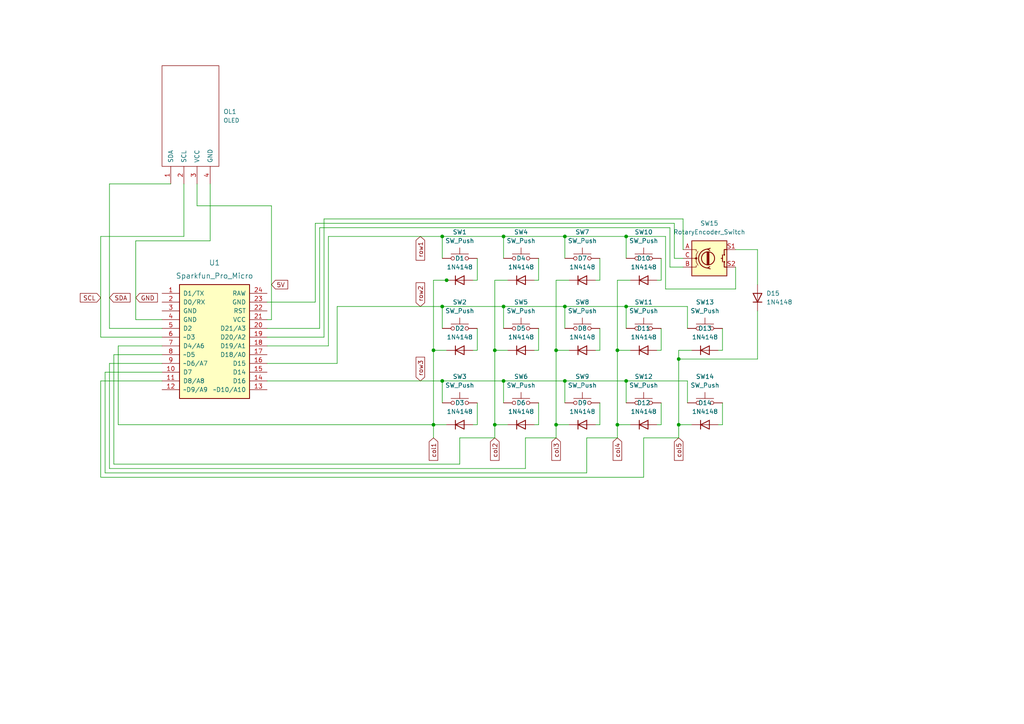
<source format=kicad_sch>
(kicad_sch (version 20230121) (generator eeschema)

  (uuid fa00d3f4-bb71-4b1d-aa40-ae9267e2c41f)

  (paper "A4")

  (lib_symbols
    (symbol "128x32 i2c:OLED" (pin_names (offset 1.016)) (in_bom yes) (on_board yes)
      (property "Reference" "OL" (at 0 2.54 0)
        (effects (font (size 1.2954 1.2954)))
      )
      (property "Value" "OLED" (at 0 -1.27 0)
        (effects (font (size 1.1938 1.1938)))
      )
      (property "Footprint" "" (at 0 2.54 0)
        (effects (font (size 1.524 1.524)) hide)
      )
      (property "Datasheet" "" (at 0 2.54 0)
        (effects (font (size 1.524 1.524)) hide)
      )
      (symbol "OLED_0_1"
        (rectangle (start -13.97 8.89) (end 15.24 -7.62)
          (stroke (width 0) (type default))
          (fill (type none))
        )
      )
      (symbol "OLED_1_1"
        (pin bidirectional line (at -19.05 6.35 0) (length 5.08)
          (name "SDA" (effects (font (size 1.27 1.27))))
          (number "1" (effects (font (size 1.27 1.27))))
        )
        (pin bidirectional line (at -19.05 2.54 0) (length 5.08)
          (name "SCL" (effects (font (size 1.27 1.27))))
          (number "2" (effects (font (size 1.27 1.27))))
        )
        (pin power_in line (at -19.05 -1.27 0) (length 5.08)
          (name "VCC" (effects (font (size 1.27 1.27))))
          (number "3" (effects (font (size 1.27 1.27))))
        )
        (pin power_in line (at -19.05 -5.08 0) (length 5.08)
          (name "GND" (effects (font (size 1.27 1.27))))
          (number "4" (effects (font (size 1.27 1.27))))
        )
      )
    )
    (symbol "Device:RotaryEncoder_Switch" (pin_names (offset 0.254) hide) (in_bom yes) (on_board yes)
      (property "Reference" "SW" (at 0 6.604 0)
        (effects (font (size 1.27 1.27)))
      )
      (property "Value" "RotaryEncoder_Switch" (at 0 -6.604 0)
        (effects (font (size 1.27 1.27)))
      )
      (property "Footprint" "" (at -3.81 4.064 0)
        (effects (font (size 1.27 1.27)) hide)
      )
      (property "Datasheet" "~" (at 0 6.604 0)
        (effects (font (size 1.27 1.27)) hide)
      )
      (property "ki_keywords" "rotary switch encoder switch push button" (at 0 0 0)
        (effects (font (size 1.27 1.27)) hide)
      )
      (property "ki_description" "Rotary encoder, dual channel, incremental quadrate outputs, with switch" (at 0 0 0)
        (effects (font (size 1.27 1.27)) hide)
      )
      (property "ki_fp_filters" "RotaryEncoder*Switch*" (at 0 0 0)
        (effects (font (size 1.27 1.27)) hide)
      )
      (symbol "RotaryEncoder_Switch_0_1"
        (rectangle (start -5.08 5.08) (end 5.08 -5.08)
          (stroke (width 0.254) (type default))
          (fill (type background))
        )
        (circle (center -3.81 0) (radius 0.254)
          (stroke (width 0) (type default))
          (fill (type outline))
        )
        (circle (center -0.381 0) (radius 1.905)
          (stroke (width 0.254) (type default))
          (fill (type none))
        )
        (arc (start -0.381 2.667) (mid -3.0988 -0.0635) (end -0.381 -2.794)
          (stroke (width 0.254) (type default))
          (fill (type none))
        )
        (polyline
          (pts
            (xy -0.635 -1.778)
            (xy -0.635 1.778)
          )
          (stroke (width 0.254) (type default))
          (fill (type none))
        )
        (polyline
          (pts
            (xy -0.381 -1.778)
            (xy -0.381 1.778)
          )
          (stroke (width 0.254) (type default))
          (fill (type none))
        )
        (polyline
          (pts
            (xy -0.127 1.778)
            (xy -0.127 -1.778)
          )
          (stroke (width 0.254) (type default))
          (fill (type none))
        )
        (polyline
          (pts
            (xy 3.81 0)
            (xy 3.429 0)
          )
          (stroke (width 0.254) (type default))
          (fill (type none))
        )
        (polyline
          (pts
            (xy 3.81 1.016)
            (xy 3.81 -1.016)
          )
          (stroke (width 0.254) (type default))
          (fill (type none))
        )
        (polyline
          (pts
            (xy -5.08 -2.54)
            (xy -3.81 -2.54)
            (xy -3.81 -2.032)
          )
          (stroke (width 0) (type default))
          (fill (type none))
        )
        (polyline
          (pts
            (xy -5.08 2.54)
            (xy -3.81 2.54)
            (xy -3.81 2.032)
          )
          (stroke (width 0) (type default))
          (fill (type none))
        )
        (polyline
          (pts
            (xy 0.254 -3.048)
            (xy -0.508 -2.794)
            (xy 0.127 -2.413)
          )
          (stroke (width 0.254) (type default))
          (fill (type none))
        )
        (polyline
          (pts
            (xy 0.254 2.921)
            (xy -0.508 2.667)
            (xy 0.127 2.286)
          )
          (stroke (width 0.254) (type default))
          (fill (type none))
        )
        (polyline
          (pts
            (xy 5.08 -2.54)
            (xy 4.318 -2.54)
            (xy 4.318 -1.016)
          )
          (stroke (width 0.254) (type default))
          (fill (type none))
        )
        (polyline
          (pts
            (xy 5.08 2.54)
            (xy 4.318 2.54)
            (xy 4.318 1.016)
          )
          (stroke (width 0.254) (type default))
          (fill (type none))
        )
        (polyline
          (pts
            (xy -5.08 0)
            (xy -3.81 0)
            (xy -3.81 -1.016)
            (xy -3.302 -2.032)
          )
          (stroke (width 0) (type default))
          (fill (type none))
        )
        (polyline
          (pts
            (xy -4.318 0)
            (xy -3.81 0)
            (xy -3.81 1.016)
            (xy -3.302 2.032)
          )
          (stroke (width 0) (type default))
          (fill (type none))
        )
        (circle (center 4.318 -1.016) (radius 0.127)
          (stroke (width 0.254) (type default))
          (fill (type none))
        )
        (circle (center 4.318 1.016) (radius 0.127)
          (stroke (width 0.254) (type default))
          (fill (type none))
        )
      )
      (symbol "RotaryEncoder_Switch_1_1"
        (pin passive line (at -7.62 2.54 0) (length 2.54)
          (name "A" (effects (font (size 1.27 1.27))))
          (number "A" (effects (font (size 1.27 1.27))))
        )
        (pin passive line (at -7.62 -2.54 0) (length 2.54)
          (name "B" (effects (font (size 1.27 1.27))))
          (number "B" (effects (font (size 1.27 1.27))))
        )
        (pin passive line (at -7.62 0 0) (length 2.54)
          (name "C" (effects (font (size 1.27 1.27))))
          (number "C" (effects (font (size 1.27 1.27))))
        )
        (pin passive line (at 7.62 2.54 180) (length 2.54)
          (name "S1" (effects (font (size 1.27 1.27))))
          (number "S1" (effects (font (size 1.27 1.27))))
        )
        (pin passive line (at 7.62 -2.54 180) (length 2.54)
          (name "S2" (effects (font (size 1.27 1.27))))
          (number "S2" (effects (font (size 1.27 1.27))))
        )
      )
    )
    (symbol "Diode:1N4148" (pin_numbers hide) (pin_names (offset 1.016) hide) (in_bom yes) (on_board yes)
      (property "Reference" "D" (at 0 2.54 0)
        (effects (font (size 1.27 1.27)))
      )
      (property "Value" "1N4148" (at 0 -2.54 0)
        (effects (font (size 1.27 1.27)))
      )
      (property "Footprint" "Diode_THT:D_DO-35_SOD27_P7.62mm_Horizontal" (at 0 -4.445 0)
        (effects (font (size 1.27 1.27)) hide)
      )
      (property "Datasheet" "https://assets.nexperia.com/documents/data-sheet/1N4148_1N4448.pdf" (at 0 0 0)
        (effects (font (size 1.27 1.27)) hide)
      )
      (property "ki_keywords" "diode" (at 0 0 0)
        (effects (font (size 1.27 1.27)) hide)
      )
      (property "ki_description" "100V 0.15A standard switching diode, DO-35" (at 0 0 0)
        (effects (font (size 1.27 1.27)) hide)
      )
      (property "ki_fp_filters" "D*DO?35*" (at 0 0 0)
        (effects (font (size 1.27 1.27)) hide)
      )
      (symbol "1N4148_0_1"
        (polyline
          (pts
            (xy -1.27 1.27)
            (xy -1.27 -1.27)
          )
          (stroke (width 0.254) (type default))
          (fill (type none))
        )
        (polyline
          (pts
            (xy 1.27 0)
            (xy -1.27 0)
          )
          (stroke (width 0) (type default))
          (fill (type none))
        )
        (polyline
          (pts
            (xy 1.27 1.27)
            (xy 1.27 -1.27)
            (xy -1.27 0)
            (xy 1.27 1.27)
          )
          (stroke (width 0.254) (type default))
          (fill (type none))
        )
      )
      (symbol "1N4148_1_1"
        (pin passive line (at -3.81 0 0) (length 2.54)
          (name "K" (effects (font (size 1.27 1.27))))
          (number "1" (effects (font (size 1.27 1.27))))
        )
        (pin passive line (at 3.81 0 180) (length 2.54)
          (name "A" (effects (font (size 1.27 1.27))))
          (number "2" (effects (font (size 1.27 1.27))))
        )
      )
    )
    (symbol "Switch:SW_Push" (pin_numbers hide) (pin_names (offset 1.016) hide) (in_bom yes) (on_board yes)
      (property "Reference" "SW" (at 1.27 2.54 0)
        (effects (font (size 1.27 1.27)) (justify left))
      )
      (property "Value" "SW_Push" (at 0 -1.524 0)
        (effects (font (size 1.27 1.27)))
      )
      (property "Footprint" "" (at 0 5.08 0)
        (effects (font (size 1.27 1.27)) hide)
      )
      (property "Datasheet" "~" (at 0 5.08 0)
        (effects (font (size 1.27 1.27)) hide)
      )
      (property "ki_keywords" "switch normally-open pushbutton push-button" (at 0 0 0)
        (effects (font (size 1.27 1.27)) hide)
      )
      (property "ki_description" "Push button switch, generic, two pins" (at 0 0 0)
        (effects (font (size 1.27 1.27)) hide)
      )
      (symbol "SW_Push_0_1"
        (circle (center -2.032 0) (radius 0.508)
          (stroke (width 0) (type default))
          (fill (type none))
        )
        (polyline
          (pts
            (xy 0 1.27)
            (xy 0 3.048)
          )
          (stroke (width 0) (type default))
          (fill (type none))
        )
        (polyline
          (pts
            (xy 2.54 1.27)
            (xy -2.54 1.27)
          )
          (stroke (width 0) (type default))
          (fill (type none))
        )
        (circle (center 2.032 0) (radius 0.508)
          (stroke (width 0) (type default))
          (fill (type none))
        )
        (pin passive line (at -5.08 0 0) (length 2.54)
          (name "1" (effects (font (size 1.27 1.27))))
          (number "1" (effects (font (size 1.27 1.27))))
        )
        (pin passive line (at 5.08 0 180) (length 2.54)
          (name "2" (effects (font (size 1.27 1.27))))
          (number "2" (effects (font (size 1.27 1.27))))
        )
      )
    )
    (symbol "arduino:Sparkfun_Pro_Micro" (pin_names (offset 1.016)) (in_bom yes) (on_board yes)
      (property "Reference" "U" (at -8.89 21.59 0)
        (effects (font (size 1.524 1.524)))
      )
      (property "Value" "Sparkfun_Pro_Micro" (at 0 19.05 0)
        (effects (font (size 1.524 1.524)))
      )
      (property "Footprint" "Arduino:Sparkfun_Pro_Micro" (at 0 -16.51 0)
        (effects (font (size 1.524 1.524)) hide)
      )
      (property "Datasheet" "https://www.sparkfun.com/products/12640" (at 2.54 -26.67 0)
        (effects (font (size 1.524 1.524)) hide)
      )
      (property "ki_keywords" "Arduino Sparkfun pro micro microcontroller module USB" (at 0 0 0)
        (effects (font (size 1.27 1.27)) hide)
      )
      (property "ki_description" "Sparkfun Pro Micro" (at 0 0 0)
        (effects (font (size 1.27 1.27)) hide)
      )
      (symbol "Sparkfun_Pro_Micro_0_1"
        (rectangle (start -10.16 17.78) (end 10.16 -15.24)
          (stroke (width 0.254) (type default))
          (fill (type background))
        )
      )
      (symbol "Sparkfun_Pro_Micro_1_1"
        (pin bidirectional line (at -15.24 15.24 0) (length 5.08)
          (name "D1/TX" (effects (font (size 1.27 1.27))))
          (number "1" (effects (font (size 1.27 1.27))))
        )
        (pin bidirectional line (at -15.24 -7.62 0) (length 5.08)
          (name "D7" (effects (font (size 1.27 1.27))))
          (number "10" (effects (font (size 1.27 1.27))))
        )
        (pin bidirectional line (at -15.24 -10.16 0) (length 5.08)
          (name "D8/A8" (effects (font (size 1.27 1.27))))
          (number "11" (effects (font (size 1.27 1.27))))
        )
        (pin bidirectional line (at -15.24 -12.7 0) (length 5.08)
          (name "~D9/A9" (effects (font (size 1.27 1.27))))
          (number "12" (effects (font (size 1.27 1.27))))
        )
        (pin bidirectional line (at 15.24 -12.7 180) (length 5.08)
          (name "~D10/A10" (effects (font (size 1.27 1.27))))
          (number "13" (effects (font (size 1.27 1.27))))
        )
        (pin bidirectional line (at 15.24 -10.16 180) (length 5.08)
          (name "D16" (effects (font (size 1.27 1.27))))
          (number "14" (effects (font (size 1.27 1.27))))
        )
        (pin bidirectional line (at 15.24 -7.62 180) (length 5.08)
          (name "D14" (effects (font (size 1.27 1.27))))
          (number "15" (effects (font (size 1.27 1.27))))
        )
        (pin bidirectional line (at 15.24 -5.08 180) (length 5.08)
          (name "D15" (effects (font (size 1.27 1.27))))
          (number "16" (effects (font (size 1.27 1.27))))
        )
        (pin bidirectional line (at 15.24 -2.54 180) (length 5.08)
          (name "D18/A0" (effects (font (size 1.27 1.27))))
          (number "17" (effects (font (size 1.27 1.27))))
        )
        (pin bidirectional line (at 15.24 0 180) (length 5.08)
          (name "D19/A1" (effects (font (size 1.27 1.27))))
          (number "18" (effects (font (size 1.27 1.27))))
        )
        (pin bidirectional line (at 15.24 2.54 180) (length 5.08)
          (name "D20/A2" (effects (font (size 1.27 1.27))))
          (number "19" (effects (font (size 1.27 1.27))))
        )
        (pin bidirectional line (at -15.24 12.7 0) (length 5.08)
          (name "D0/RX" (effects (font (size 1.27 1.27))))
          (number "2" (effects (font (size 1.27 1.27))))
        )
        (pin bidirectional line (at 15.24 5.08 180) (length 5.08)
          (name "D21/A3" (effects (font (size 1.27 1.27))))
          (number "20" (effects (font (size 1.27 1.27))))
        )
        (pin power_in line (at 15.24 7.62 180) (length 5.08)
          (name "VCC" (effects (font (size 1.27 1.27))))
          (number "21" (effects (font (size 1.27 1.27))))
        )
        (pin input line (at 15.24 10.16 180) (length 5.08)
          (name "RST" (effects (font (size 1.27 1.27))))
          (number "22" (effects (font (size 1.27 1.27))))
        )
        (pin power_in line (at 15.24 12.7 180) (length 5.08)
          (name "GND" (effects (font (size 1.27 1.27))))
          (number "23" (effects (font (size 1.27 1.27))))
        )
        (pin power_in line (at 15.24 15.24 180) (length 5.08)
          (name "RAW" (effects (font (size 1.27 1.27))))
          (number "24" (effects (font (size 1.27 1.27))))
        )
        (pin power_in line (at -15.24 10.16 0) (length 5.08)
          (name "GND" (effects (font (size 1.27 1.27))))
          (number "3" (effects (font (size 1.27 1.27))))
        )
        (pin power_in line (at -15.24 7.62 0) (length 5.08)
          (name "GND" (effects (font (size 1.27 1.27))))
          (number "4" (effects (font (size 1.27 1.27))))
        )
        (pin bidirectional line (at -15.24 5.08 0) (length 5.08)
          (name "D2" (effects (font (size 1.27 1.27))))
          (number "5" (effects (font (size 1.27 1.27))))
        )
        (pin bidirectional line (at -15.24 2.54 0) (length 5.08)
          (name "~D3" (effects (font (size 1.27 1.27))))
          (number "6" (effects (font (size 1.27 1.27))))
        )
        (pin bidirectional line (at -15.24 0 0) (length 5.08)
          (name "D4/A6" (effects (font (size 1.27 1.27))))
          (number "7" (effects (font (size 1.27 1.27))))
        )
        (pin bidirectional line (at -15.24 -2.54 0) (length 5.08)
          (name "~D5" (effects (font (size 1.27 1.27))))
          (number "8" (effects (font (size 1.27 1.27))))
        )
        (pin bidirectional line (at -15.24 -5.08 0) (length 5.08)
          (name "~D6/A7" (effects (font (size 1.27 1.27))))
          (number "9" (effects (font (size 1.27 1.27))))
        )
      )
    )
  )

  (junction (at 125.73 123.19) (diameter 0) (color 0 0 0 0)
    (uuid 11fe05c6-8f4f-47f6-a0d1-86ad0c2322e3)
  )
  (junction (at 128.27 88.9) (diameter 0) (color 0 0 0 0)
    (uuid 13940b91-3577-452d-a71c-553d4c4344b5)
  )
  (junction (at 143.51 123.19) (diameter 0) (color 0 0 0 0)
    (uuid 4cf68f6d-1c8c-49ad-8314-0aea2436ae2f)
  )
  (junction (at 146.05 68.58) (diameter 0) (color 0 0 0 0)
    (uuid 50b95751-3ef1-4ba5-9502-72f298b20a9f)
  )
  (junction (at 163.83 110.49) (diameter 0) (color 0 0 0 0)
    (uuid 5ab35832-744c-4db2-888b-e9ca106db8b3)
  )
  (junction (at 181.61 88.9) (diameter 0) (color 0 0 0 0)
    (uuid 5e097699-ef03-4e09-bde0-64677c1e7cd0)
  )
  (junction (at 196.85 123.19) (diameter 0) (color 0 0 0 0)
    (uuid 76dfd17b-5b33-45fb-a282-de7a7c5399bc)
  )
  (junction (at 196.85 104.14) (diameter 0) (color 0 0 0 0)
    (uuid 78e7c278-9b5c-432f-8f2c-0aca5fb41804)
  )
  (junction (at 129.54 81.28) (diameter 0) (color 0 0 0 0)
    (uuid 7fcb5df6-8f01-474c-b824-3c9d0951aeea)
  )
  (junction (at 146.05 88.9) (diameter 0) (color 0 0 0 0)
    (uuid 83f68a34-5751-4622-8197-3b2373ac955c)
  )
  (junction (at 143.51 101.6) (diameter 0) (color 0 0 0 0)
    (uuid 877ae5c7-4b83-413d-9762-173cc8980037)
  )
  (junction (at 181.61 68.58) (diameter 0) (color 0 0 0 0)
    (uuid 940e4ca2-46a4-4992-9051-eadb2ff83c67)
  )
  (junction (at 128.27 68.58) (diameter 0) (color 0 0 0 0)
    (uuid 99dede0d-5db5-477f-848f-f99876e68f95)
  )
  (junction (at 163.83 88.9) (diameter 0) (color 0 0 0 0)
    (uuid a002b63e-5bc5-4001-b189-88ac11dae261)
  )
  (junction (at 161.29 123.19) (diameter 0) (color 0 0 0 0)
    (uuid a6c0bf69-6485-4f41-94e1-eb961d694952)
  )
  (junction (at 128.27 110.49) (diameter 0) (color 0 0 0 0)
    (uuid a92ad332-a299-4fc7-9973-7d095f34add8)
  )
  (junction (at 179.07 101.6) (diameter 0) (color 0 0 0 0)
    (uuid ad93b108-0d2f-4e15-8d87-513b4fec6c83)
  )
  (junction (at 181.61 110.49) (diameter 0) (color 0 0 0 0)
    (uuid c5e9a432-c6ca-44cb-8b45-2e3807aa8df3)
  )
  (junction (at 125.73 101.6) (diameter 0) (color 0 0 0 0)
    (uuid caba1f3d-c8db-4f2d-a9a8-137ac1826212)
  )
  (junction (at 163.83 68.58) (diameter 0) (color 0 0 0 0)
    (uuid ce6f37be-489f-4f87-9857-25d57e2813c1)
  )
  (junction (at 146.05 110.49) (diameter 0) (color 0 0 0 0)
    (uuid d62be2f6-d1e3-4136-a34b-7d2f16211654)
  )
  (junction (at 179.07 123.19) (diameter 0) (color 0 0 0 0)
    (uuid d765a383-dd08-41d1-94f7-4521be5f0b1c)
  )
  (junction (at 161.29 101.6) (diameter 0) (color 0 0 0 0)
    (uuid ecd3ce8b-cefb-42ff-82fc-41040c5fbc0e)
  )

  (wire (pts (xy 91.44 87.63) (xy 77.47 87.63))
    (stroke (width 0) (type default))
    (uuid 00e61f1c-e5cd-4b75-bf62-b20914201766)
  )
  (wire (pts (xy 125.73 101.6) (xy 125.73 81.28))
    (stroke (width 0) (type default))
    (uuid 00e74d54-09df-495b-9a27-66b55a67fac2)
  )
  (wire (pts (xy 170.18 137.16) (xy 170.18 127))
    (stroke (width 0) (type default))
    (uuid 03138958-7f48-4aff-aa46-829015cffdcf)
  )
  (wire (pts (xy 92.71 66.04) (xy 92.71 95.25))
    (stroke (width 0) (type default))
    (uuid 060f7a7b-cf90-4a50-9fcb-18d1c3813d4d)
  )
  (wire (pts (xy 196.85 101.6) (xy 196.85 104.14))
    (stroke (width 0) (type default))
    (uuid 0e92f1ae-32ba-4606-b979-6653aa79d372)
  )
  (wire (pts (xy 200.66 101.6) (xy 196.85 101.6))
    (stroke (width 0) (type default))
    (uuid 119270a8-4304-4dbe-b2a6-bf58f385101d)
  )
  (wire (pts (xy 173.99 101.6) (xy 172.72 101.6))
    (stroke (width 0) (type default))
    (uuid 129f8f37-d822-4308-89e7-b1ec9aaa7f08)
  )
  (wire (pts (xy 49.53 53.34) (xy 31.75 53.34))
    (stroke (width 0) (type default))
    (uuid 131bd53f-0216-4848-a653-7a19af43d557)
  )
  (wire (pts (xy 198.12 72.39) (xy 198.12 63.5))
    (stroke (width 0) (type default))
    (uuid 136b607e-80d6-4c7e-9d71-6d2a33e8af74)
  )
  (wire (pts (xy 97.79 88.9) (xy 97.79 105.41))
    (stroke (width 0) (type default))
    (uuid 143bcf6e-67fe-4662-a057-6cca388806d3)
  )
  (wire (pts (xy 143.51 101.6) (xy 147.32 101.6))
    (stroke (width 0) (type default))
    (uuid 15f2f0b8-05c1-418a-80c7-d5da729a3d05)
  )
  (wire (pts (xy 138.43 95.25) (xy 138.43 101.6))
    (stroke (width 0) (type default))
    (uuid 185cc19b-8a2e-441a-9428-6d7922faa08d)
  )
  (wire (pts (xy 138.43 116.84) (xy 138.43 123.19))
    (stroke (width 0) (type default))
    (uuid 1b811b44-7f2c-4809-9d73-987836efb4f6)
  )
  (wire (pts (xy 194.31 77.47) (xy 194.31 66.04))
    (stroke (width 0) (type default))
    (uuid 1e2ce56b-2473-4c56-9f3c-3684d860858e)
  )
  (wire (pts (xy 191.77 95.25) (xy 191.77 101.6))
    (stroke (width 0) (type default))
    (uuid 1eb40315-a645-4638-9d39-84d24458c0bf)
  )
  (wire (pts (xy 33.02 134.62) (xy 133.35 134.62))
    (stroke (width 0) (type default))
    (uuid 1fd77eb3-fcd6-4a1a-8368-a0e36a6ee2d2)
  )
  (wire (pts (xy 93.98 97.79) (xy 77.47 97.79))
    (stroke (width 0) (type default))
    (uuid 2092e3b0-f145-4176-a5a2-539acac63ee4)
  )
  (wire (pts (xy 30.48 137.16) (xy 170.18 137.16))
    (stroke (width 0) (type default))
    (uuid 21ac2895-ba24-4e54-b925-978786dcad4c)
  )
  (wire (pts (xy 95.25 68.58) (xy 128.27 68.58))
    (stroke (width 0) (type default))
    (uuid 244b04a6-3efd-431a-b5a6-6d6dd699f2ef)
  )
  (wire (pts (xy 92.71 95.25) (xy 77.47 95.25))
    (stroke (width 0) (type default))
    (uuid 2a832fb0-c27e-4a23-b2e2-9ddd805d31e8)
  )
  (wire (pts (xy 181.61 110.49) (xy 181.61 116.84))
    (stroke (width 0) (type default))
    (uuid 2baeffb6-fc31-44e9-9a6f-9a1e49e55aa2)
  )
  (wire (pts (xy 156.21 101.6) (xy 154.94 101.6))
    (stroke (width 0) (type default))
    (uuid 34184e12-78cd-4f61-a692-4572a9f330ad)
  )
  (wire (pts (xy 125.73 123.19) (xy 129.54 123.19))
    (stroke (width 0) (type default))
    (uuid 3637fb70-1be2-4fcd-98d0-c989afdc6baf)
  )
  (wire (pts (xy 209.55 95.25) (xy 209.55 101.6))
    (stroke (width 0) (type default))
    (uuid 384b57fc-35bb-4475-b164-3fa770c2fef0)
  )
  (wire (pts (xy 138.43 74.93) (xy 138.43 81.28))
    (stroke (width 0) (type default))
    (uuid 3917d42f-adbc-410e-b96b-07f7f17b96bc)
  )
  (wire (pts (xy 213.36 77.47) (xy 213.36 83.82))
    (stroke (width 0) (type default))
    (uuid 3af96645-ec0d-419b-b5ae-f58828a90c57)
  )
  (wire (pts (xy 179.07 123.19) (xy 179.07 127))
    (stroke (width 0) (type default))
    (uuid 3b91b7dc-50dd-4fef-bf7c-0ae7c0a24603)
  )
  (wire (pts (xy 209.55 101.6) (xy 208.28 101.6))
    (stroke (width 0) (type default))
    (uuid 3ccfb3d5-e661-478f-bf4f-08a06ab6a190)
  )
  (wire (pts (xy 195.58 74.93) (xy 195.58 64.77))
    (stroke (width 0) (type default))
    (uuid 3d56117b-9ef0-493c-8c13-80ba5e2bac17)
  )
  (wire (pts (xy 128.27 110.49) (xy 146.05 110.49))
    (stroke (width 0) (type default))
    (uuid 3fed138c-63f7-41a3-bea0-ccae7a7f1a2f)
  )
  (wire (pts (xy 138.43 101.6) (xy 137.16 101.6))
    (stroke (width 0) (type default))
    (uuid 4197279d-28ee-4a4f-8a75-7a7a86664460)
  )
  (wire (pts (xy 146.05 88.9) (xy 163.83 88.9))
    (stroke (width 0) (type default))
    (uuid 42b26d94-793a-45d8-9322-aaf9b851ae27)
  )
  (wire (pts (xy 209.55 116.84) (xy 209.55 123.19))
    (stroke (width 0) (type default))
    (uuid 42bfae5e-3ce8-43dd-965c-be0ad2eda45a)
  )
  (wire (pts (xy 128.27 88.9) (xy 146.05 88.9))
    (stroke (width 0) (type default))
    (uuid 45a0ea3a-da06-4958-b002-46f0015400cc)
  )
  (wire (pts (xy 156.21 123.19) (xy 154.94 123.19))
    (stroke (width 0) (type default))
    (uuid 46b59756-a35b-4c43-b3be-f5a6048f359d)
  )
  (wire (pts (xy 128.27 95.25) (xy 128.27 88.9))
    (stroke (width 0) (type default))
    (uuid 46f9274e-0643-4702-9de9-74a846ab8027)
  )
  (wire (pts (xy 31.75 135.89) (xy 152.4 135.89))
    (stroke (width 0) (type default))
    (uuid 48950b6f-aa29-48be-b6b2-67a22c200232)
  )
  (wire (pts (xy 46.99 97.79) (xy 29.21 97.79))
    (stroke (width 0) (type default))
    (uuid 48cca43f-df8d-46c0-a705-600595f5e315)
  )
  (wire (pts (xy 34.29 123.19) (xy 125.73 123.19))
    (stroke (width 0) (type default))
    (uuid 48eb66fb-7c79-4c02-a498-c123b1dd6391)
  )
  (wire (pts (xy 29.21 68.58) (xy 29.21 97.79))
    (stroke (width 0) (type default))
    (uuid 493d0df1-7663-448c-9f99-931744972c8b)
  )
  (wire (pts (xy 128.27 88.9) (xy 97.79 88.9))
    (stroke (width 0) (type default))
    (uuid 4a26ef70-e2a4-49e6-87fd-329b1dff0328)
  )
  (wire (pts (xy 53.34 68.58) (xy 29.21 68.58))
    (stroke (width 0) (type default))
    (uuid 4a68a10d-2491-41e7-9fb5-0b4c112f8562)
  )
  (wire (pts (xy 129.54 81.28) (xy 129.6162 81.28))
    (stroke (width 0) (type default))
    (uuid 4ec72d89-5792-4a15-968b-a26c9097a829)
  )
  (wire (pts (xy 125.73 101.6) (xy 125.73 123.19))
    (stroke (width 0) (type default))
    (uuid 4f26ada9-b69f-4069-a2fb-23f63a9a7432)
  )
  (wire (pts (xy 146.05 68.58) (xy 163.83 68.58))
    (stroke (width 0) (type default))
    (uuid 4fdb3621-7a03-491f-b6da-72fc1f38fdfb)
  )
  (wire (pts (xy 179.07 101.6) (xy 179.07 123.19))
    (stroke (width 0) (type default))
    (uuid 4ffb18c8-2094-4386-a997-f14cc7cb1387)
  )
  (wire (pts (xy 191.77 74.93) (xy 191.77 81.28))
    (stroke (width 0) (type default))
    (uuid 50b419db-942a-4d21-9fb8-db5f5e31a8a2)
  )
  (wire (pts (xy 128.27 68.58) (xy 146.05 68.58))
    (stroke (width 0) (type default))
    (uuid 50dc91db-ad4e-4510-90fc-fd2ef6cd0cc0)
  )
  (wire (pts (xy 143.51 127) (xy 133.35 127))
    (stroke (width 0) (type default))
    (uuid 52383b12-327d-4884-93a3-9c30ba90e434)
  )
  (wire (pts (xy 179.07 81.28) (xy 179.07 101.6))
    (stroke (width 0) (type default))
    (uuid 53b1794a-9d48-4e92-8207-36b8ddc8d77a)
  )
  (wire (pts (xy 191.77 116.84) (xy 191.77 123.19))
    (stroke (width 0) (type default))
    (uuid 56776679-67df-48e5-ad4e-e9d8737fefae)
  )
  (wire (pts (xy 199.39 110.49) (xy 199.39 116.84))
    (stroke (width 0) (type default))
    (uuid 57f4018b-9e60-4e6b-bc95-50a3b70d5726)
  )
  (wire (pts (xy 57.15 53.34) (xy 57.15 59.69))
    (stroke (width 0) (type default))
    (uuid 58e7950d-3a29-455a-8179-58c7da350886)
  )
  (wire (pts (xy 29.21 110.49) (xy 29.21 138.43))
    (stroke (width 0) (type default))
    (uuid 5aa28d07-6e09-4e38-9352-17a286628c4b)
  )
  (wire (pts (xy 60.96 53.34) (xy 60.96 69.85))
    (stroke (width 0) (type default))
    (uuid 5b5420b5-13f3-415b-8279-6ec815a591a0)
  )
  (wire (pts (xy 186.69 138.43) (xy 186.69 127))
    (stroke (width 0) (type default))
    (uuid 5da9b988-2448-40ae-bb86-5e17f5688ec8)
  )
  (wire (pts (xy 161.29 123.19) (xy 165.1 123.19))
    (stroke (width 0) (type default))
    (uuid 6451c1d1-68fc-4ebc-b23f-6beeeed36bf2)
  )
  (wire (pts (xy 196.85 104.14) (xy 196.85 123.19))
    (stroke (width 0) (type default))
    (uuid 65cf8c11-be04-4099-9346-f4bbdda6f662)
  )
  (wire (pts (xy 173.99 74.93) (xy 173.99 81.28))
    (stroke (width 0) (type default))
    (uuid 6b5d6085-a914-4298-81d3-9578a432c98c)
  )
  (wire (pts (xy 198.12 74.93) (xy 195.58 74.93))
    (stroke (width 0) (type default))
    (uuid 6d592ea7-5ed6-49a1-bc7f-220cb4f4e758)
  )
  (wire (pts (xy 193.04 83.82) (xy 213.36 83.82))
    (stroke (width 0) (type default))
    (uuid 6e31c06d-24ad-4ab9-82fc-4fa816b741a5)
  )
  (wire (pts (xy 196.85 123.19) (xy 200.66 123.19))
    (stroke (width 0) (type default))
    (uuid 6e3f5fbe-3277-428c-b1c7-b8ecbed8957e)
  )
  (wire (pts (xy 163.83 110.49) (xy 181.61 110.49))
    (stroke (width 0) (type default))
    (uuid 6f02ac8e-016c-4f47-b3d9-b055b14e537e)
  )
  (wire (pts (xy 219.71 90.17) (xy 219.71 104.14))
    (stroke (width 0) (type default))
    (uuid 6fa0f962-c1fd-4616-b577-f309007f963f)
  )
  (wire (pts (xy 128.27 68.58) (xy 128.27 74.93))
    (stroke (width 0) (type default))
    (uuid 71283251-8cd8-490d-a807-4b0c7af6cb8a)
  )
  (wire (pts (xy 34.29 123.19) (xy 34.29 100.33))
    (stroke (width 0) (type default))
    (uuid 72b885ba-e407-453f-87b6-12ae9c1bd773)
  )
  (wire (pts (xy 161.29 123.19) (xy 161.29 127))
    (stroke (width 0) (type default))
    (uuid 74a9b45c-2a1a-4e71-acff-c6db94df17ee)
  )
  (wire (pts (xy 219.71 104.14) (xy 196.85 104.14))
    (stroke (width 0) (type default))
    (uuid 74c941e3-f208-4265-8b27-98d185a6a926)
  )
  (wire (pts (xy 60.96 69.85) (xy 39.37 69.85))
    (stroke (width 0) (type default))
    (uuid 75ef22b4-e479-4e28-accf-c1ac9e01f976)
  )
  (wire (pts (xy 128.27 116.84) (xy 128.27 110.49))
    (stroke (width 0) (type default))
    (uuid 769c28d4-a9d5-4ba6-ad26-1dca0eb6b06d)
  )
  (wire (pts (xy 181.61 110.49) (xy 199.39 110.49))
    (stroke (width 0) (type default))
    (uuid 78893d87-5b2b-4b8b-aedb-d13a69758db2)
  )
  (wire (pts (xy 156.21 74.93) (xy 156.21 81.28))
    (stroke (width 0) (type default))
    (uuid 7ad8767b-93cd-43db-a3e6-9e8c558f9ba0)
  )
  (wire (pts (xy 186.69 127) (xy 196.85 127))
    (stroke (width 0) (type default))
    (uuid 7b47d279-0d5d-48e3-aca0-a4d2b89f7984)
  )
  (wire (pts (xy 156.21 116.84) (xy 156.21 123.19))
    (stroke (width 0) (type default))
    (uuid 7bf45091-9dc2-4d0e-ad54-9469dcd93e24)
  )
  (wire (pts (xy 161.29 127) (xy 152.4 127))
    (stroke (width 0) (type default))
    (uuid 7f0a4130-f0cf-4e52-87f4-5930f1b619fa)
  )
  (wire (pts (xy 165.1 81.28) (xy 161.29 81.28))
    (stroke (width 0) (type default))
    (uuid 807bd490-563a-44e7-99a9-3a342e7a6649)
  )
  (wire (pts (xy 191.77 101.6) (xy 190.5 101.6))
    (stroke (width 0) (type default))
    (uuid 82598fb0-5f10-479a-ad53-26da93d031fe)
  )
  (wire (pts (xy 198.12 63.5) (xy 93.98 63.5))
    (stroke (width 0) (type default))
    (uuid 839a5e41-5e4e-401a-8b29-e5cd1678fd38)
  )
  (wire (pts (xy 181.61 74.93) (xy 181.61 68.58))
    (stroke (width 0) (type default))
    (uuid 8462fffc-365e-4efa-892f-26879aa4662c)
  )
  (wire (pts (xy 46.99 95.25) (xy 31.75 95.25))
    (stroke (width 0) (type default))
    (uuid 851d2f17-1a6e-4c14-816e-4a2392e90329)
  )
  (wire (pts (xy 161.29 101.6) (xy 161.29 123.19))
    (stroke (width 0) (type default))
    (uuid 857975b2-646a-48d3-b7da-8ca4003aeced)
  )
  (wire (pts (xy 152.4 127) (xy 152.4 135.89))
    (stroke (width 0) (type default))
    (uuid 88df2c93-faf9-4051-a4e4-ccfcabe0b81b)
  )
  (wire (pts (xy 199.39 88.9) (xy 181.61 88.9))
    (stroke (width 0) (type default))
    (uuid 891a8673-363b-4c52-b46a-e4cf54278cb1)
  )
  (wire (pts (xy 194.31 66.04) (xy 92.71 66.04))
    (stroke (width 0) (type default))
    (uuid 8962a254-3a15-46e2-8f15-df5d4ebf00a3)
  )
  (wire (pts (xy 163.83 95.25) (xy 163.83 88.9))
    (stroke (width 0) (type default))
    (uuid 8b4b5677-afa3-473a-afe7-1ba1b61b30de)
  )
  (wire (pts (xy 179.07 101.6) (xy 182.88 101.6))
    (stroke (width 0) (type default))
    (uuid 8c149b96-2655-48d4-aad7-2d689b586df4)
  )
  (wire (pts (xy 199.39 95.25) (xy 199.39 88.9))
    (stroke (width 0) (type default))
    (uuid 90c715f5-4c51-484d-a4f1-742ce1afb9d2)
  )
  (wire (pts (xy 125.73 101.6) (xy 129.54 101.6))
    (stroke (width 0) (type default))
    (uuid 91cc188c-de4b-488b-949d-6996b8987de3)
  )
  (wire (pts (xy 146.05 110.49) (xy 163.83 110.49))
    (stroke (width 0) (type default))
    (uuid 9208f4c9-8d59-4077-ba89-696f4c3d7130)
  )
  (wire (pts (xy 179.07 123.19) (xy 182.88 123.19))
    (stroke (width 0) (type default))
    (uuid 92cb6fe8-73ea-47f4-8d6e-3816d88a3b78)
  )
  (wire (pts (xy 196.85 123.19) (xy 196.85 127))
    (stroke (width 0) (type default))
    (uuid 95d2c3ac-ee1e-4ce0-ab42-9ee4ddefeb46)
  )
  (wire (pts (xy 219.71 72.39) (xy 219.71 82.55))
    (stroke (width 0) (type default))
    (uuid 974993d7-55e4-4bc8-824c-ca4a017807e6)
  )
  (wire (pts (xy 173.99 123.19) (xy 172.72 123.19))
    (stroke (width 0) (type default))
    (uuid 993569c5-f3ad-40b3-970f-8df1478b7e7f)
  )
  (wire (pts (xy 191.77 123.19) (xy 190.5 123.19))
    (stroke (width 0) (type default))
    (uuid 9bcb5422-a9e7-462a-8b38-68f91d411f88)
  )
  (wire (pts (xy 146.05 88.9) (xy 146.05 95.25))
    (stroke (width 0) (type default))
    (uuid 9c177e97-e025-4a30-87ef-f01b5d3f7091)
  )
  (wire (pts (xy 29.21 138.43) (xy 186.69 138.43))
    (stroke (width 0) (type default))
    (uuid 9c7a436a-cd6a-4876-bf9d-8048aa0736e5)
  )
  (wire (pts (xy 146.05 110.49) (xy 146.05 116.84))
    (stroke (width 0) (type default))
    (uuid 9e1b75cf-04ee-4ac7-bab0-02559c3b85fb)
  )
  (wire (pts (xy 143.51 101.6) (xy 143.51 123.19))
    (stroke (width 0) (type default))
    (uuid 9e986d66-2187-4de3-8a72-b76d5d4c27e4)
  )
  (wire (pts (xy 173.99 81.28) (xy 172.72 81.28))
    (stroke (width 0) (type default))
    (uuid 9eea8331-9c75-4147-900e-277643181cc1)
  )
  (wire (pts (xy 46.99 110.49) (xy 29.21 110.49))
    (stroke (width 0) (type default))
    (uuid a0d10e80-3c99-48fd-889f-cd5fba5d96d3)
  )
  (wire (pts (xy 209.55 123.19) (xy 208.28 123.19))
    (stroke (width 0) (type default))
    (uuid a1d42b5a-4af3-45ef-8288-ad2b502d33e6)
  )
  (wire (pts (xy 53.34 53.34) (xy 53.34 68.58))
    (stroke (width 0) (type default))
    (uuid a2c1e414-96bc-4a85-a8da-14c46f30d369)
  )
  (wire (pts (xy 95.25 68.58) (xy 95.25 100.33))
    (stroke (width 0) (type default))
    (uuid a3c049d5-4cf9-49bf-ad7f-259ee1d44d96)
  )
  (wire (pts (xy 163.83 88.9) (xy 181.61 88.9))
    (stroke (width 0) (type default))
    (uuid a427374b-cbbe-470a-bba2-6313b7b7aa9d)
  )
  (wire (pts (xy 173.99 95.25) (xy 173.99 101.6))
    (stroke (width 0) (type default))
    (uuid a459ed0c-2e90-4d53-99ee-76188676f429)
  )
  (wire (pts (xy 125.73 81.28) (xy 129.54 81.28))
    (stroke (width 0) (type default))
    (uuid ac78e128-5ee5-4ebd-907d-b75923d68f5c)
  )
  (wire (pts (xy 33.02 102.87) (xy 46.99 102.87))
    (stroke (width 0) (type default))
    (uuid ae49903a-9d6d-4bcf-8377-a0e3a858f417)
  )
  (wire (pts (xy 146.05 68.58) (xy 146.05 74.93))
    (stroke (width 0) (type default))
    (uuid b060f2d6-7ae8-4e21-8ef4-5d0d89d6c91b)
  )
  (wire (pts (xy 193.04 83.82) (xy 193.04 68.58))
    (stroke (width 0) (type default))
    (uuid b1042ef3-5305-43ee-8ae5-8d8f54099521)
  )
  (wire (pts (xy 143.51 123.19) (xy 147.32 123.19))
    (stroke (width 0) (type default))
    (uuid b22f6636-7f1f-43ff-99c7-e17bfd1ed8b9)
  )
  (wire (pts (xy 163.83 68.58) (xy 163.83 74.93))
    (stroke (width 0) (type default))
    (uuid b5061ce6-9f44-4f3e-a8f7-138678c5bec3)
  )
  (wire (pts (xy 31.75 53.34) (xy 31.75 95.25))
    (stroke (width 0) (type default))
    (uuid b6e1fa5a-567e-4daa-a813-b3bfddcf1ea9)
  )
  (wire (pts (xy 143.51 123.19) (xy 143.51 127))
    (stroke (width 0) (type default))
    (uuid b92fca06-e4df-4e04-bb96-903437aadea6)
  )
  (wire (pts (xy 39.37 69.85) (xy 39.37 92.71))
    (stroke (width 0) (type default))
    (uuid bc2858fa-6ea6-4989-8572-a4a38ce9cd2c)
  )
  (wire (pts (xy 213.36 72.39) (xy 219.71 72.39))
    (stroke (width 0) (type default))
    (uuid bcf818f6-917a-4e6e-87ff-aea04b93597f)
  )
  (wire (pts (xy 91.44 64.77) (xy 91.44 87.63))
    (stroke (width 0) (type default))
    (uuid bd31926c-866b-42b7-a590-96ec7f604522)
  )
  (wire (pts (xy 156.21 95.25) (xy 156.21 101.6))
    (stroke (width 0) (type default))
    (uuid c13127cf-3dd0-4b6e-9c80-0305600f3126)
  )
  (wire (pts (xy 138.43 123.19) (xy 137.16 123.19))
    (stroke (width 0) (type default))
    (uuid c3bcc670-5311-41fa-b3dd-f88029727904)
  )
  (wire (pts (xy 182.88 81.28) (xy 179.07 81.28))
    (stroke (width 0) (type default))
    (uuid c746af59-5555-47d7-899c-07dde49cf208)
  )
  (wire (pts (xy 93.98 63.5) (xy 93.98 97.79))
    (stroke (width 0) (type default))
    (uuid c9d457fc-81e0-4d20-83b0-91c3380e27ee)
  )
  (wire (pts (xy 77.47 110.49) (xy 128.27 110.49))
    (stroke (width 0) (type default))
    (uuid ccc3ecfa-0fcf-49e9-8df8-b568ef030f9d)
  )
  (wire (pts (xy 181.61 88.9) (xy 181.61 95.25))
    (stroke (width 0) (type default))
    (uuid cd68ec34-d5e0-4a19-a24a-a60b7212f05a)
  )
  (wire (pts (xy 30.48 107.95) (xy 46.99 107.95))
    (stroke (width 0) (type default))
    (uuid cf28246f-d49c-4eda-a1f0-80001633dc66)
  )
  (wire (pts (xy 77.47 105.41) (xy 97.79 105.41))
    (stroke (width 0) (type default))
    (uuid cf7634a7-034c-44cf-bcf7-02f979b37121)
  )
  (wire (pts (xy 125.73 123.19) (xy 125.73 127))
    (stroke (width 0) (type default))
    (uuid cff21c78-5bfd-4a8c-b85a-225d81bf0d7c)
  )
  (wire (pts (xy 143.51 81.28) (xy 143.51 101.6))
    (stroke (width 0) (type default))
    (uuid d2381683-0f9c-4a72-ae75-8636db5473da)
  )
  (wire (pts (xy 78.74 59.69) (xy 78.74 92.71))
    (stroke (width 0) (type default))
    (uuid d38c86a9-1a35-4a84-871a-58340b425586)
  )
  (wire (pts (xy 147.32 81.28) (xy 143.51 81.28))
    (stroke (width 0) (type default))
    (uuid d548492c-0445-4a89-a5f4-235d6b1dba67)
  )
  (wire (pts (xy 156.21 81.28) (xy 154.94 81.28))
    (stroke (width 0) (type default))
    (uuid d5524c9f-bf13-4395-b0c8-9eaea9ca0079)
  )
  (wire (pts (xy 46.99 92.71) (xy 39.37 92.71))
    (stroke (width 0) (type default))
    (uuid d903e8c5-a7db-4ae4-b75f-90ba05049ab0)
  )
  (wire (pts (xy 33.02 134.62) (xy 33.02 102.87))
    (stroke (width 0) (type default))
    (uuid db7f66fa-4eeb-4477-9368-10ee1e745e49)
  )
  (wire (pts (xy 198.12 77.47) (xy 194.31 77.47))
    (stroke (width 0) (type default))
    (uuid dbe47ba8-dac3-4814-8b82-1e95ba2fb5ba)
  )
  (wire (pts (xy 163.83 68.58) (xy 181.61 68.58))
    (stroke (width 0) (type default))
    (uuid dc9652fb-5627-446a-a305-fdbb26de4b04)
  )
  (wire (pts (xy 31.75 105.41) (xy 46.99 105.41))
    (stroke (width 0) (type default))
    (uuid de35882e-2e7f-47a0-a496-92d686af2bce)
  )
  (wire (pts (xy 195.58 64.77) (xy 91.44 64.77))
    (stroke (width 0) (type default))
    (uuid dfbed6d2-3fe4-4e5c-928e-e0bb386d2a97)
  )
  (wire (pts (xy 95.25 100.33) (xy 77.47 100.33))
    (stroke (width 0) (type default))
    (uuid dfc60041-f399-4fcb-8991-af45bdeab964)
  )
  (wire (pts (xy 138.43 81.28) (xy 137.16 81.28))
    (stroke (width 0) (type default))
    (uuid e60dc66c-91b3-4c7c-98c0-b69c17670038)
  )
  (wire (pts (xy 57.15 59.69) (xy 78.74 59.69))
    (stroke (width 0) (type default))
    (uuid ec62b953-9586-4615-885b-d6fc94e9b6a6)
  )
  (wire (pts (xy 161.29 81.28) (xy 161.29 101.6))
    (stroke (width 0) (type default))
    (uuid ed01c204-8e5a-47d2-86b6-e9ed956ae7f2)
  )
  (wire (pts (xy 161.29 101.6) (xy 165.1 101.6))
    (stroke (width 0) (type default))
    (uuid ed4bb8d2-3853-4bae-9da7-2441dabc061b)
  )
  (wire (pts (xy 193.04 68.58) (xy 181.61 68.58))
    (stroke (width 0) (type default))
    (uuid ee1f4de7-b08e-4c16-b80c-22ef24e71634)
  )
  (wire (pts (xy 191.77 81.28) (xy 190.5 81.28))
    (stroke (width 0) (type default))
    (uuid f36aaa20-2e8d-4eec-a62d-bbbeb1b3d56e)
  )
  (wire (pts (xy 30.48 137.16) (xy 30.48 107.95))
    (stroke (width 0) (type default))
    (uuid f379ca24-5a5d-468c-ac48-d6a35f0c2921)
  )
  (wire (pts (xy 173.99 116.84) (xy 173.99 123.19))
    (stroke (width 0) (type default))
    (uuid f37d7e5a-6013-462b-a63f-97bcb88660d3)
  )
  (wire (pts (xy 163.83 110.49) (xy 163.83 116.84))
    (stroke (width 0) (type default))
    (uuid f3d65b2f-ab51-45d6-9841-2827acac6e5a)
  )
  (wire (pts (xy 170.18 127) (xy 179.07 127))
    (stroke (width 0) (type default))
    (uuid f5c829a0-a60f-45a2-8af9-bb5a320a3c0d)
  )
  (wire (pts (xy 133.35 127) (xy 133.35 134.62))
    (stroke (width 0) (type default))
    (uuid f84fea1b-cfc8-4b22-8cf6-b72bce3f66c5)
  )
  (wire (pts (xy 77.47 92.71) (xy 78.74 92.71))
    (stroke (width 0) (type default))
    (uuid f8c5cc2b-c6c8-4d6b-bfc2-fe3578a48498)
  )
  (wire (pts (xy 34.29 100.33) (xy 46.99 100.33))
    (stroke (width 0) (type default))
    (uuid fb141c9c-20b7-4a1b-9eb3-489c4b4fee02)
  )
  (wire (pts (xy 31.75 135.89) (xy 31.75 105.41))
    (stroke (width 0) (type default))
    (uuid fc4b44fc-c5cc-422a-9450-49ee4d0a9b09)
  )

  (global_label "row2" (shape input) (at 121.92 88.9 90) (fields_autoplaced)
    (effects (font (size 1.27 1.27)) (justify left))
    (uuid 05c29075-cf5a-4568-b82b-4db7c07faf78)
    (property "Intersheetrefs" "${INTERSHEET_REFS}" (at 121.8406 82.0117 90)
      (effects (font (size 1.27 1.27)) (justify left) hide)
    )
  )
  (global_label "SDA" (shape input) (at 31.75 86.36 0) (fields_autoplaced)
    (effects (font (size 1.27 1.27)) (justify left))
    (uuid 093e0f29-f0d3-4b2c-bb92-d18a45171a71)
    (property "Intersheetrefs" "${INTERSHEET_REFS}" (at 37.7312 86.2806 0)
      (effects (font (size 1.27 1.27)) (justify left) hide)
    )
  )
  (global_label "row3" (shape input) (at 121.92 110.49 90) (fields_autoplaced)
    (effects (font (size 1.27 1.27)) (justify left))
    (uuid 1ebaa191-3dfc-4bd4-bd62-7b2fc4223360)
    (property "Intersheetrefs" "${INTERSHEET_REFS}" (at 121.8406 103.6017 90)
      (effects (font (size 1.27 1.27)) (justify left) hide)
    )
  )
  (global_label "col1" (shape input) (at 125.73 127 270) (fields_autoplaced)
    (effects (font (size 1.27 1.27)) (justify right))
    (uuid 32639375-f2b1-4db7-8544-38198c070ad9)
    (property "Intersheetrefs" "${INTERSHEET_REFS}" (at 125.6506 133.5255 90)
      (effects (font (size 1.27 1.27)) (justify right) hide)
    )
  )
  (global_label "SCL" (shape input) (at 29.21 86.36 180) (fields_autoplaced)
    (effects (font (size 1.27 1.27)) (justify right))
    (uuid 3e0dffa9-b3d3-4400-957b-783269ff3979)
    (property "Intersheetrefs" "${INTERSHEET_REFS}" (at 23.2893 86.2806 0)
      (effects (font (size 1.27 1.27)) (justify right) hide)
    )
  )
  (global_label "5V" (shape input) (at 78.74 82.55 0) (fields_autoplaced)
    (effects (font (size 1.27 1.27)) (justify left))
    (uuid 4d95e1a4-ba2b-43af-9161-cf744b8f3ff9)
    (property "Intersheetrefs" "${INTERSHEET_REFS}" (at 83.4512 82.4706 0)
      (effects (font (size 1.27 1.27)) (justify left) hide)
    )
  )
  (global_label "GND" (shape input) (at 39.37 86.36 0) (fields_autoplaced)
    (effects (font (size 1.27 1.27)) (justify left))
    (uuid 7bd4faac-e246-437a-8009-2f9751a7c08a)
    (property "Intersheetrefs" "${INTERSHEET_REFS}" (at 45.6536 86.2806 0)
      (effects (font (size 1.27 1.27)) (justify left) hide)
    )
  )
  (global_label "col5" (shape input) (at 196.85 127 270) (fields_autoplaced)
    (effects (font (size 1.27 1.27)) (justify right))
    (uuid 836725a0-dd8f-4cd7-978d-0794b3288dbd)
    (property "Intersheetrefs" "${INTERSHEET_REFS}" (at 196.9294 133.5255 90)
      (effects (font (size 1.27 1.27)) (justify left) hide)
    )
  )
  (global_label "row1" (shape input) (at 121.92 68.58 270) (fields_autoplaced)
    (effects (font (size 1.27 1.27)) (justify right))
    (uuid 843dbafe-3ce6-44b2-86d3-351497d87f30)
    (property "Intersheetrefs" "${INTERSHEET_REFS}" (at 121.9994 75.4683 90)
      (effects (font (size 1.27 1.27)) (justify right) hide)
    )
  )
  (global_label "col2" (shape input) (at 143.51 127 270) (fields_autoplaced)
    (effects (font (size 1.27 1.27)) (justify right))
    (uuid 9d9f3bfd-93f5-4787-b670-e49f40730209)
    (property "Intersheetrefs" "${INTERSHEET_REFS}" (at 143.5894 133.5255 90)
      (effects (font (size 1.27 1.27)) (justify left) hide)
    )
  )
  (global_label "col4" (shape input) (at 179.07 127 270) (fields_autoplaced)
    (effects (font (size 1.27 1.27)) (justify right))
    (uuid 9ec00bda-a8b6-4ec2-bc8c-a3f06b282ddc)
    (property "Intersheetrefs" "${INTERSHEET_REFS}" (at 179.1494 133.5255 90)
      (effects (font (size 1.27 1.27)) (justify left) hide)
    )
  )
  (global_label "col3" (shape input) (at 161.29 127 270) (fields_autoplaced)
    (effects (font (size 1.27 1.27)) (justify right))
    (uuid c0a3b0a8-cb21-403a-9764-8e171194c1d3)
    (property "Intersheetrefs" "${INTERSHEET_REFS}" (at 161.3694 133.5255 90)
      (effects (font (size 1.27 1.27)) (justify left) hide)
    )
  )

  (symbol (lib_id "Switch:SW_Push") (at 133.35 95.25 0) (unit 1)
    (in_bom yes) (on_board yes) (dnp no) (fields_autoplaced)
    (uuid 0929c7cb-b0a0-4c9d-b3d1-3b7df4869a90)
    (property "Reference" "SW2" (at 133.35 87.63 0)
      (effects (font (size 1.27 1.27)))
    )
    (property "Value" "SW_Push" (at 133.35 90.17 0)
      (effects (font (size 1.27 1.27)))
    )
    (property "Footprint" "Button_Switch_Keyboard:SW_Cherry_MX_1.00u_PCB" (at 133.35 90.17 0)
      (effects (font (size 1.27 1.27)) hide)
    )
    (property "Datasheet" "~" (at 133.35 90.17 0)
      (effects (font (size 1.27 1.27)) hide)
    )
    (pin "1" (uuid 37d996eb-c074-4ed0-b525-b08ef9f759da))
    (pin "2" (uuid e4357ed8-8d30-43b9-aef3-63807dc293ae))
    (instances
      (project "Macropad"
        (path "/fa00d3f4-bb71-4b1d-aa40-ae9267e2c41f"
          (reference "SW2") (unit 1)
        )
      )
    )
  )

  (symbol (lib_id "Switch:SW_Push") (at 204.47 95.25 0) (unit 1)
    (in_bom yes) (on_board yes) (dnp no) (fields_autoplaced)
    (uuid 0a171322-780e-42a6-945d-dfc75aacf1f4)
    (property "Reference" "SW13" (at 204.47 87.63 0)
      (effects (font (size 1.27 1.27)))
    )
    (property "Value" "SW_Push" (at 204.47 90.17 0)
      (effects (font (size 1.27 1.27)))
    )
    (property "Footprint" "Button_Switch_Keyboard:SW_Cherry_MX_1.00u_PCB" (at 204.47 90.17 0)
      (effects (font (size 1.27 1.27)) hide)
    )
    (property "Datasheet" "~" (at 204.47 90.17 0)
      (effects (font (size 1.27 1.27)) hide)
    )
    (pin "1" (uuid 8c2a8ff1-b890-4b38-b586-f88f4ca2e603))
    (pin "2" (uuid b3b0359e-07a1-4aa3-bffc-25faf393a2f4))
    (instances
      (project "Macropad"
        (path "/fa00d3f4-bb71-4b1d-aa40-ae9267e2c41f"
          (reference "SW13") (unit 1)
        )
      )
    )
  )

  (symbol (lib_id "Diode:1N4148") (at 168.91 81.28 0) (unit 1)
    (in_bom yes) (on_board yes) (dnp no) (fields_autoplaced)
    (uuid 0a28ba64-4b3c-4a54-befa-aeff15d1eddb)
    (property "Reference" "D7" (at 168.91 74.93 0)
      (effects (font (size 1.27 1.27)))
    )
    (property "Value" "1N4148" (at 168.91 77.47 0)
      (effects (font (size 1.27 1.27)))
    )
    (property "Footprint" "Diode_THT:D_DO-35_SOD27_P7.62mm_Horizontal" (at 168.91 85.725 0)
      (effects (font (size 1.27 1.27)) hide)
    )
    (property "Datasheet" "https://assets.nexperia.com/documents/data-sheet/1N4148_1N4448.pdf" (at 168.91 81.28 0)
      (effects (font (size 1.27 1.27)) hide)
    )
    (pin "1" (uuid 5206abf2-5795-43de-881e-477674eb5664))
    (pin "2" (uuid 396ea7af-1465-4a9d-84ba-06448455a27c))
    (instances
      (project "Macropad"
        (path "/fa00d3f4-bb71-4b1d-aa40-ae9267e2c41f"
          (reference "D7") (unit 1)
        )
      )
    )
  )

  (symbol (lib_id "Diode:1N4148") (at 204.47 123.19 0) (unit 1)
    (in_bom yes) (on_board yes) (dnp no) (fields_autoplaced)
    (uuid 0e8cd3d3-aded-429f-928c-d41cc8a74131)
    (property "Reference" "D14" (at 204.47 116.84 0)
      (effects (font (size 1.27 1.27)))
    )
    (property "Value" "1N4148" (at 204.47 119.38 0)
      (effects (font (size 1.27 1.27)))
    )
    (property "Footprint" "Diode_THT:D_DO-35_SOD27_P7.62mm_Horizontal" (at 204.47 127.635 0)
      (effects (font (size 1.27 1.27)) hide)
    )
    (property "Datasheet" "https://assets.nexperia.com/documents/data-sheet/1N4148_1N4448.pdf" (at 204.47 123.19 0)
      (effects (font (size 1.27 1.27)) hide)
    )
    (pin "1" (uuid 4f6c4b66-d448-4f9c-9ff2-088698032824))
    (pin "2" (uuid 0b12dfe4-2d55-4c1e-9ad8-7833d96fcfd3))
    (instances
      (project "Macropad"
        (path "/fa00d3f4-bb71-4b1d-aa40-ae9267e2c41f"
          (reference "D14") (unit 1)
        )
      )
    )
  )

  (symbol (lib_id "Switch:SW_Push") (at 186.69 116.84 0) (unit 1)
    (in_bom yes) (on_board yes) (dnp no) (fields_autoplaced)
    (uuid 13e6346c-126c-45bc-ac1e-54d624a8509a)
    (property "Reference" "SW12" (at 186.69 109.22 0)
      (effects (font (size 1.27 1.27)))
    )
    (property "Value" "SW_Push" (at 186.69 111.76 0)
      (effects (font (size 1.27 1.27)))
    )
    (property "Footprint" "Button_Switch_Keyboard:SW_Cherry_MX_1.00u_PCB" (at 186.69 111.76 0)
      (effects (font (size 1.27 1.27)) hide)
    )
    (property "Datasheet" "~" (at 186.69 111.76 0)
      (effects (font (size 1.27 1.27)) hide)
    )
    (pin "1" (uuid a955d3e9-7d38-43c4-9caf-9d0935d229b1))
    (pin "2" (uuid 1ceb89cb-47b8-42fd-b723-4e7e5ad29c12))
    (instances
      (project "Macropad"
        (path "/fa00d3f4-bb71-4b1d-aa40-ae9267e2c41f"
          (reference "SW12") (unit 1)
        )
      )
    )
  )

  (symbol (lib_id "Diode:1N4148") (at 204.47 101.6 0) (unit 1)
    (in_bom yes) (on_board yes) (dnp no) (fields_autoplaced)
    (uuid 24efc249-feee-41e3-b76c-6f637953e5c7)
    (property "Reference" "D13" (at 204.47 95.25 0)
      (effects (font (size 1.27 1.27)))
    )
    (property "Value" "1N4148" (at 204.47 97.79 0)
      (effects (font (size 1.27 1.27)))
    )
    (property "Footprint" "Diode_THT:D_DO-35_SOD27_P7.62mm_Horizontal" (at 204.47 106.045 0)
      (effects (font (size 1.27 1.27)) hide)
    )
    (property "Datasheet" "https://assets.nexperia.com/documents/data-sheet/1N4148_1N4448.pdf" (at 204.47 101.6 0)
      (effects (font (size 1.27 1.27)) hide)
    )
    (pin "1" (uuid b064b8ff-8bfe-443b-87f7-bf5c9a3a537e))
    (pin "2" (uuid 73cd50d0-9e01-4df1-9962-e6d7c788f9ea))
    (instances
      (project "Macropad"
        (path "/fa00d3f4-bb71-4b1d-aa40-ae9267e2c41f"
          (reference "D13") (unit 1)
        )
      )
    )
  )

  (symbol (lib_id "Switch:SW_Push") (at 151.13 116.84 0) (unit 1)
    (in_bom yes) (on_board yes) (dnp no) (fields_autoplaced)
    (uuid 2a994272-3e06-4833-9268-fcbf8bce6a08)
    (property "Reference" "SW6" (at 151.13 109.22 0)
      (effects (font (size 1.27 1.27)))
    )
    (property "Value" "SW_Push" (at 151.13 111.76 0)
      (effects (font (size 1.27 1.27)))
    )
    (property "Footprint" "Button_Switch_Keyboard:SW_Cherry_MX_1.00u_PCB" (at 151.13 111.76 0)
      (effects (font (size 1.27 1.27)) hide)
    )
    (property "Datasheet" "~" (at 151.13 111.76 0)
      (effects (font (size 1.27 1.27)) hide)
    )
    (pin "1" (uuid 140058e3-f5f1-4891-9f16-139c61f267cb))
    (pin "2" (uuid b1d7a28d-7369-4387-ab08-39df99bec340))
    (instances
      (project "Macropad"
        (path "/fa00d3f4-bb71-4b1d-aa40-ae9267e2c41f"
          (reference "SW6") (unit 1)
        )
      )
    )
  )

  (symbol (lib_id "Switch:SW_Push") (at 133.35 116.84 0) (unit 1)
    (in_bom yes) (on_board yes) (dnp no) (fields_autoplaced)
    (uuid 2ed4d635-58a6-4d95-937a-a13d12eab682)
    (property "Reference" "SW3" (at 133.35 109.22 0)
      (effects (font (size 1.27 1.27)))
    )
    (property "Value" "SW_Push" (at 133.35 111.76 0)
      (effects (font (size 1.27 1.27)))
    )
    (property "Footprint" "Button_Switch_Keyboard:SW_Cherry_MX_1.00u_PCB" (at 133.35 111.76 0)
      (effects (font (size 1.27 1.27)) hide)
    )
    (property "Datasheet" "~" (at 133.35 111.76 0)
      (effects (font (size 1.27 1.27)) hide)
    )
    (pin "1" (uuid 7fe9fb25-95be-4697-9f29-64a06e7e446f))
    (pin "2" (uuid ba7dc470-e81e-48f8-b801-e3ad56903912))
    (instances
      (project "Macropad"
        (path "/fa00d3f4-bb71-4b1d-aa40-ae9267e2c41f"
          (reference "SW3") (unit 1)
        )
      )
    )
  )

  (symbol (lib_id "Diode:1N4148") (at 151.13 101.6 0) (unit 1)
    (in_bom yes) (on_board yes) (dnp no) (fields_autoplaced)
    (uuid 2ffcd804-6107-4c85-bf4b-c2aa03d2eab6)
    (property "Reference" "D5" (at 151.13 95.25 0)
      (effects (font (size 1.27 1.27)))
    )
    (property "Value" "1N4148" (at 151.13 97.79 0)
      (effects (font (size 1.27 1.27)))
    )
    (property "Footprint" "Diode_THT:D_DO-35_SOD27_P7.62mm_Horizontal" (at 151.13 106.045 0)
      (effects (font (size 1.27 1.27)) hide)
    )
    (property "Datasheet" "https://assets.nexperia.com/documents/data-sheet/1N4148_1N4448.pdf" (at 151.13 101.6 0)
      (effects (font (size 1.27 1.27)) hide)
    )
    (pin "1" (uuid 352efbc4-0d1f-41e4-b1ba-4376caf240b5))
    (pin "2" (uuid 9691509d-bbd1-48f0-abac-d089564db004))
    (instances
      (project "Macropad"
        (path "/fa00d3f4-bb71-4b1d-aa40-ae9267e2c41f"
          (reference "D5") (unit 1)
        )
      )
    )
  )

  (symbol (lib_id "arduino:Sparkfun_Pro_Micro") (at 62.23 100.33 0) (unit 1)
    (in_bom yes) (on_board yes) (dnp no) (fields_autoplaced)
    (uuid 40a261fa-93dc-41f0-9d21-54bd9ca71aef)
    (property "Reference" "U1" (at 62.23 76.2 0)
      (effects (font (size 1.524 1.524)))
    )
    (property "Value" "Sparkfun_Pro_Micro" (at 62.23 80.01 0)
      (effects (font (size 1.524 1.524)))
    )
    (property "Footprint" "arduino:Sparkfun_Pro_Micro" (at 62.23 116.84 0)
      (effects (font (size 1.524 1.524)) hide)
    )
    (property "Datasheet" "https://www.sparkfun.com/products/12640" (at 64.77 127 0)
      (effects (font (size 1.524 1.524)) hide)
    )
    (pin "1" (uuid a830a196-c9c7-455c-9f28-f8ef970fbf78))
    (pin "10" (uuid feff8375-3707-49fd-a213-c805ab7d1048))
    (pin "11" (uuid 3dae7cb6-791d-4860-be2a-e1699f74087d))
    (pin "12" (uuid cada6608-5fff-4982-b07f-bca7392744c1))
    (pin "13" (uuid e3e197db-1710-4907-8084-4ad246a68695))
    (pin "14" (uuid 5756b9d9-d794-403a-a6a0-1579d7233a44))
    (pin "15" (uuid b5abbdb5-5857-4d1b-9285-764618da829c))
    (pin "16" (uuid abca370b-925e-4fd2-a7bf-b9ebb6c3d4dc))
    (pin "17" (uuid 169b15ae-ba28-42ce-8d08-69e3d4011543))
    (pin "18" (uuid 76b27691-a35b-422a-bc3c-e80e0358c214))
    (pin "19" (uuid 049e0972-2009-4a30-bd54-d7ea04b88578))
    (pin "2" (uuid fe77b3db-c61f-4ba8-9788-41c3f0fd780f))
    (pin "20" (uuid 47be8867-5582-4321-8a19-46759f198e92))
    (pin "21" (uuid 080c634b-448d-4ceb-bc86-7fe350ffa1a6))
    (pin "22" (uuid 00287a47-c05d-439a-9cf6-8b41cde13edc))
    (pin "23" (uuid 0152eda2-c877-476f-a14d-15a977f82460))
    (pin "24" (uuid 0d6678e7-db3c-45fa-ae23-1164e0c91134))
    (pin "3" (uuid 52f45b13-4feb-4936-a069-df15566234bd))
    (pin "4" (uuid d88d627e-44a4-4a69-a178-4ff5115a44d2))
    (pin "5" (uuid 97043310-dca9-420c-bcba-a1b53c6dbeb9))
    (pin "6" (uuid 699d4884-8010-47c8-a2a6-ab410ac828ce))
    (pin "7" (uuid 99851a91-88b4-46a0-8250-acd9ffe26959))
    (pin "8" (uuid 44dc2674-d3ee-41e1-a523-ed0b4dc1a9d2))
    (pin "9" (uuid 05e86a41-1570-4a29-86c5-7dccf0f7d0a8))
    (instances
      (project "Macropad"
        (path "/fa00d3f4-bb71-4b1d-aa40-ae9267e2c41f"
          (reference "U1") (unit 1)
        )
      )
    )
  )

  (symbol (lib_id "Device:RotaryEncoder_Switch") (at 205.74 74.93 0) (unit 1)
    (in_bom yes) (on_board yes) (dnp no) (fields_autoplaced)
    (uuid 45e81fb0-6e7c-403b-807a-ceb08997d816)
    (property "Reference" "SW15" (at 205.74 64.77 0)
      (effects (font (size 1.27 1.27)))
    )
    (property "Value" "RotaryEncoder_Switch" (at 205.74 67.31 0)
      (effects (font (size 1.27 1.27)))
    )
    (property "Footprint" "Rotary_Encoder:RotaryEncoder_Alps_EC11E-Switch_Vertical_H20mm" (at 201.93 70.866 0)
      (effects (font (size 1.27 1.27)) hide)
    )
    (property "Datasheet" "~" (at 205.74 68.326 0)
      (effects (font (size 1.27 1.27)) hide)
    )
    (pin "A" (uuid 9a74509e-96dd-4f1d-b3ac-0bb9e5cd23f3))
    (pin "B" (uuid 1af0d27a-e3ee-4979-b82e-55789a611eb4))
    (pin "C" (uuid eff46ad8-73ae-4291-8422-ae5eb7277f02))
    (pin "S1" (uuid 487ae595-f93c-49af-91ff-e2ad388b2ee0))
    (pin "S2" (uuid cde2c1c2-dbbf-4b97-8eec-05befc70bd03))
    (instances
      (project "Macropad"
        (path "/fa00d3f4-bb71-4b1d-aa40-ae9267e2c41f"
          (reference "SW15") (unit 1)
        )
      )
    )
  )

  (symbol (lib_id "Switch:SW_Push") (at 168.91 74.93 0) (unit 1)
    (in_bom yes) (on_board yes) (dnp no)
    (uuid 4c8fa666-591f-4b0a-92d4-6a25c2343b59)
    (property "Reference" "SW7" (at 168.91 67.31 0)
      (effects (font (size 1.27 1.27)))
    )
    (property "Value" "SW_Push" (at 168.91 69.85 0)
      (effects (font (size 1.27 1.27)))
    )
    (property "Footprint" "Button_Switch_Keyboard:SW_Cherry_MX_1.00u_PCB" (at 168.91 69.85 0)
      (effects (font (size 1.27 1.27)) hide)
    )
    (property "Datasheet" "~" (at 168.91 69.85 0)
      (effects (font (size 1.27 1.27)) hide)
    )
    (pin "1" (uuid 36d04364-b9de-4b3f-96a4-1d6b4a18d12c))
    (pin "2" (uuid 72b8070d-6360-4ae2-9e52-c57614a73147))
    (instances
      (project "Macropad"
        (path "/fa00d3f4-bb71-4b1d-aa40-ae9267e2c41f"
          (reference "SW7") (unit 1)
        )
      )
    )
  )

  (symbol (lib_id "Switch:SW_Push") (at 204.47 116.84 0) (unit 1)
    (in_bom yes) (on_board yes) (dnp no) (fields_autoplaced)
    (uuid 5caa5150-9ea2-456f-acb4-4bb542a7cb19)
    (property "Reference" "SW14" (at 204.47 109.22 0)
      (effects (font (size 1.27 1.27)))
    )
    (property "Value" "SW_Push" (at 204.47 111.76 0)
      (effects (font (size 1.27 1.27)))
    )
    (property "Footprint" "Button_Switch_Keyboard:SW_Cherry_MX_1.00u_PCB" (at 204.47 111.76 0)
      (effects (font (size 1.27 1.27)) hide)
    )
    (property "Datasheet" "~" (at 204.47 111.76 0)
      (effects (font (size 1.27 1.27)) hide)
    )
    (pin "1" (uuid 10c554fd-22dd-46cf-acfe-70c8dfb45b11))
    (pin "2" (uuid 85094a5b-8cf5-4fd4-95c7-e6160dca3246))
    (instances
      (project "Macropad"
        (path "/fa00d3f4-bb71-4b1d-aa40-ae9267e2c41f"
          (reference "SW14") (unit 1)
        )
      )
    )
  )

  (symbol (lib_id "Switch:SW_Push") (at 186.69 95.25 0) (unit 1)
    (in_bom yes) (on_board yes) (dnp no) (fields_autoplaced)
    (uuid 5e340bdf-fefa-4edd-b87a-576055dc1fd2)
    (property "Reference" "SW11" (at 186.69 87.63 0)
      (effects (font (size 1.27 1.27)))
    )
    (property "Value" "SW_Push" (at 186.69 90.17 0)
      (effects (font (size 1.27 1.27)))
    )
    (property "Footprint" "Button_Switch_Keyboard:SW_Cherry_MX_1.00u_PCB" (at 186.69 90.17 0)
      (effects (font (size 1.27 1.27)) hide)
    )
    (property "Datasheet" "~" (at 186.69 90.17 0)
      (effects (font (size 1.27 1.27)) hide)
    )
    (pin "1" (uuid 36eaaa5c-349a-4d02-98e2-a9ca1cebf08b))
    (pin "2" (uuid 36c837c5-f5e4-4c8e-8047-aba310d2e05a))
    (instances
      (project "Macropad"
        (path "/fa00d3f4-bb71-4b1d-aa40-ae9267e2c41f"
          (reference "SW11") (unit 1)
        )
      )
    )
  )

  (symbol (lib_id "Switch:SW_Push") (at 186.69 74.93 0) (unit 1)
    (in_bom yes) (on_board yes) (dnp no) (fields_autoplaced)
    (uuid 65cc6381-ff4b-45c0-bcf9-8e89c7925f06)
    (property "Reference" "SW10" (at 186.69 67.31 0)
      (effects (font (size 1.27 1.27)))
    )
    (property "Value" "SW_Push" (at 186.69 69.85 0)
      (effects (font (size 1.27 1.27)))
    )
    (property "Footprint" "Button_Switch_Keyboard:SW_Cherry_MX_1.00u_PCB" (at 186.69 69.85 0)
      (effects (font (size 1.27 1.27)) hide)
    )
    (property "Datasheet" "~" (at 186.69 69.85 0)
      (effects (font (size 1.27 1.27)) hide)
    )
    (pin "1" (uuid dae3c258-3bc3-40f0-aa78-272e8fe2d4e4))
    (pin "2" (uuid e3613239-a80d-4509-b720-834bc77610ba))
    (instances
      (project "Macropad"
        (path "/fa00d3f4-bb71-4b1d-aa40-ae9267e2c41f"
          (reference "SW10") (unit 1)
        )
      )
    )
  )

  (symbol (lib_id "Diode:1N4148") (at 151.13 123.19 0) (unit 1)
    (in_bom yes) (on_board yes) (dnp no) (fields_autoplaced)
    (uuid 6c4e3e15-f034-48fa-b75a-061aa59b55d4)
    (property "Reference" "D6" (at 151.13 116.84 0)
      (effects (font (size 1.27 1.27)))
    )
    (property "Value" "1N4148" (at 151.13 119.38 0)
      (effects (font (size 1.27 1.27)))
    )
    (property "Footprint" "Diode_THT:D_DO-35_SOD27_P7.62mm_Horizontal" (at 151.13 127.635 0)
      (effects (font (size 1.27 1.27)) hide)
    )
    (property "Datasheet" "https://assets.nexperia.com/documents/data-sheet/1N4148_1N4448.pdf" (at 151.13 123.19 0)
      (effects (font (size 1.27 1.27)) hide)
    )
    (pin "1" (uuid d89cc4b5-3f43-49b7-b7e6-fd7edc6f13b2))
    (pin "2" (uuid 8c99ca66-0443-4064-bb2c-4d2c64aa58d1))
    (instances
      (project "Macropad"
        (path "/fa00d3f4-bb71-4b1d-aa40-ae9267e2c41f"
          (reference "D6") (unit 1)
        )
      )
    )
  )

  (symbol (lib_id "Diode:1N4148") (at 186.69 81.28 0) (unit 1)
    (in_bom yes) (on_board yes) (dnp no) (fields_autoplaced)
    (uuid 6dc34cfc-9c71-4479-8fd3-fb844222fbe1)
    (property "Reference" "D10" (at 186.69 74.93 0)
      (effects (font (size 1.27 1.27)))
    )
    (property "Value" "1N4148" (at 186.69 77.47 0)
      (effects (font (size 1.27 1.27)))
    )
    (property "Footprint" "Diode_THT:D_DO-35_SOD27_P7.62mm_Horizontal" (at 186.69 85.725 0)
      (effects (font (size 1.27 1.27)) hide)
    )
    (property "Datasheet" "https://assets.nexperia.com/documents/data-sheet/1N4148_1N4448.pdf" (at 186.69 81.28 0)
      (effects (font (size 1.27 1.27)) hide)
    )
    (pin "1" (uuid 9bd5aa52-c21d-454d-a8b1-5ec7b4b9bb72))
    (pin "2" (uuid baf8203e-060d-464d-b75b-94f5a28aa274))
    (instances
      (project "Macropad"
        (path "/fa00d3f4-bb71-4b1d-aa40-ae9267e2c41f"
          (reference "D10") (unit 1)
        )
      )
    )
  )

  (symbol (lib_id "128x32 i2c:OLED") (at 55.88 34.29 90) (unit 1)
    (in_bom yes) (on_board yes) (dnp no) (fields_autoplaced)
    (uuid 6e19b378-b5cb-4a63-8204-61fcc2170653)
    (property "Reference" "OL1" (at 64.77 32.385 90)
      (effects (font (size 1.2954 1.2954)) (justify right))
    )
    (property "Value" "OLED" (at 64.77 34.925 90)
      (effects (font (size 1.1938 1.1938)) (justify right))
    )
    (property "Footprint" "SSD1306-128x32 working:OLED_v2" (at 53.34 34.29 0)
      (effects (font (size 1.524 1.524)) hide)
    )
    (property "Datasheet" "" (at 53.34 34.29 0)
      (effects (font (size 1.524 1.524)) hide)
    )
    (pin "1" (uuid ff6c7601-d660-4dc7-a07c-ca436b7b0356))
    (pin "2" (uuid cfe65b3a-aeb8-40f8-8c71-eaf76b23d2a0))
    (pin "3" (uuid ee320ecb-07d0-4fb0-ab7f-f10dcb5df390))
    (pin "4" (uuid 71982063-f319-4ed1-8876-86b0aea9e520))
    (instances
      (project "Macropad"
        (path "/fa00d3f4-bb71-4b1d-aa40-ae9267e2c41f"
          (reference "OL1") (unit 1)
        )
      )
    )
  )

  (symbol (lib_id "Diode:1N4148") (at 133.35 81.28 0) (unit 1)
    (in_bom yes) (on_board yes) (dnp no) (fields_autoplaced)
    (uuid 84d25b67-caee-46b2-849f-301684b324f8)
    (property "Reference" "D1" (at 133.35 74.93 0)
      (effects (font (size 1.27 1.27)))
    )
    (property "Value" "1N4148" (at 133.35 77.47 0)
      (effects (font (size 1.27 1.27)))
    )
    (property "Footprint" "Diode_THT:D_DO-35_SOD27_P7.62mm_Horizontal" (at 133.35 85.725 0)
      (effects (font (size 1.27 1.27)) hide)
    )
    (property "Datasheet" "https://assets.nexperia.com/documents/data-sheet/1N4148_1N4448.pdf" (at 133.35 81.28 0)
      (effects (font (size 1.27 1.27)) hide)
    )
    (pin "1" (uuid 51d007fc-6be4-46b7-82b9-72eb8bb5d4d0))
    (pin "2" (uuid 0f024664-8562-4751-ad25-4751c2e2ea8c))
    (instances
      (project "Macropad"
        (path "/fa00d3f4-bb71-4b1d-aa40-ae9267e2c41f"
          (reference "D1") (unit 1)
        )
      )
    )
  )

  (symbol (lib_id "Switch:SW_Push") (at 151.13 95.25 0) (unit 1)
    (in_bom yes) (on_board yes) (dnp no) (fields_autoplaced)
    (uuid 867fff65-d840-4be1-8d27-56712f506ab3)
    (property "Reference" "SW5" (at 151.13 87.63 0)
      (effects (font (size 1.27 1.27)))
    )
    (property "Value" "SW_Push" (at 151.13 90.17 0)
      (effects (font (size 1.27 1.27)))
    )
    (property "Footprint" "Button_Switch_Keyboard:SW_Cherry_MX_1.00u_PCB" (at 151.13 90.17 0)
      (effects (font (size 1.27 1.27)) hide)
    )
    (property "Datasheet" "~" (at 151.13 90.17 0)
      (effects (font (size 1.27 1.27)) hide)
    )
    (pin "1" (uuid 272f63a1-f713-42f0-8f58-4fac6dd018cc))
    (pin "2" (uuid a719c4b4-e195-436e-bb36-11336adf330b))
    (instances
      (project "Macropad"
        (path "/fa00d3f4-bb71-4b1d-aa40-ae9267e2c41f"
          (reference "SW5") (unit 1)
        )
      )
    )
  )

  (symbol (lib_id "Switch:SW_Push") (at 168.91 95.25 0) (unit 1)
    (in_bom yes) (on_board yes) (dnp no) (fields_autoplaced)
    (uuid 893885bd-ce08-4a08-a285-c01011b15d68)
    (property "Reference" "SW8" (at 168.91 87.63 0)
      (effects (font (size 1.27 1.27)))
    )
    (property "Value" "SW_Push" (at 168.91 90.17 0)
      (effects (font (size 1.27 1.27)))
    )
    (property "Footprint" "Button_Switch_Keyboard:SW_Cherry_MX_1.00u_PCB" (at 168.91 90.17 0)
      (effects (font (size 1.27 1.27)) hide)
    )
    (property "Datasheet" "~" (at 168.91 90.17 0)
      (effects (font (size 1.27 1.27)) hide)
    )
    (pin "1" (uuid 5b34b011-d722-453c-956e-3018c966e116))
    (pin "2" (uuid 38245fc1-692f-48ac-9b95-5dcdd53bb2cc))
    (instances
      (project "Macropad"
        (path "/fa00d3f4-bb71-4b1d-aa40-ae9267e2c41f"
          (reference "SW8") (unit 1)
        )
      )
    )
  )

  (symbol (lib_id "Diode:1N4148") (at 168.91 101.6 0) (unit 1)
    (in_bom yes) (on_board yes) (dnp no) (fields_autoplaced)
    (uuid 8f934973-10f3-488b-8b8f-b01a64560815)
    (property "Reference" "D8" (at 168.91 95.25 0)
      (effects (font (size 1.27 1.27)))
    )
    (property "Value" "1N4148" (at 168.91 97.79 0)
      (effects (font (size 1.27 1.27)))
    )
    (property "Footprint" "Diode_THT:D_DO-35_SOD27_P7.62mm_Horizontal" (at 168.91 106.045 0)
      (effects (font (size 1.27 1.27)) hide)
    )
    (property "Datasheet" "https://assets.nexperia.com/documents/data-sheet/1N4148_1N4448.pdf" (at 168.91 101.6 0)
      (effects (font (size 1.27 1.27)) hide)
    )
    (pin "1" (uuid acc5af80-99b7-46c8-951a-8cfd6a8ef27a))
    (pin "2" (uuid 837abb5a-7f2e-415c-939f-050437106777))
    (instances
      (project "Macropad"
        (path "/fa00d3f4-bb71-4b1d-aa40-ae9267e2c41f"
          (reference "D8") (unit 1)
        )
      )
    )
  )

  (symbol (lib_id "Diode:1N4148") (at 133.35 101.6 0) (unit 1)
    (in_bom yes) (on_board yes) (dnp no) (fields_autoplaced)
    (uuid a3ea3b74-4dea-4324-9e5d-249e74a28766)
    (property "Reference" "D2" (at 133.35 95.25 0)
      (effects (font (size 1.27 1.27)))
    )
    (property "Value" "1N4148" (at 133.35 97.79 0)
      (effects (font (size 1.27 1.27)))
    )
    (property "Footprint" "Diode_THT:D_DO-35_SOD27_P7.62mm_Horizontal" (at 133.35 106.045 0)
      (effects (font (size 1.27 1.27)) hide)
    )
    (property "Datasheet" "https://assets.nexperia.com/documents/data-sheet/1N4148_1N4448.pdf" (at 133.35 101.6 0)
      (effects (font (size 1.27 1.27)) hide)
    )
    (pin "1" (uuid 95f28639-a909-4bb2-b433-91cd10ed9848))
    (pin "2" (uuid d5cd78b0-4952-4ab2-96df-08b528197b29))
    (instances
      (project "Macropad"
        (path "/fa00d3f4-bb71-4b1d-aa40-ae9267e2c41f"
          (reference "D2") (unit 1)
        )
      )
    )
  )

  (symbol (lib_id "Switch:SW_Push") (at 133.35 74.93 0) (unit 1)
    (in_bom yes) (on_board yes) (dnp no) (fields_autoplaced)
    (uuid a4c4d437-bfda-443b-b6ba-40a4fa35f626)
    (property "Reference" "SW1" (at 133.35 67.31 0)
      (effects (font (size 1.27 1.27)))
    )
    (property "Value" "SW_Push" (at 133.35 69.85 0)
      (effects (font (size 1.27 1.27)))
    )
    (property "Footprint" "Button_Switch_Keyboard:SW_Cherry_MX_1.00u_PCB" (at 133.35 69.85 0)
      (effects (font (size 1.27 1.27)) hide)
    )
    (property "Datasheet" "~" (at 133.35 69.85 0)
      (effects (font (size 1.27 1.27)) hide)
    )
    (pin "1" (uuid e45fe090-bc92-4bd8-84a2-e503098da63b))
    (pin "2" (uuid d67f868d-53f9-4bb4-bd2c-92ef211808ff))
    (instances
      (project "Macropad"
        (path "/fa00d3f4-bb71-4b1d-aa40-ae9267e2c41f"
          (reference "SW1") (unit 1)
        )
      )
    )
  )

  (symbol (lib_id "Diode:1N4148") (at 219.71 86.36 90) (unit 1)
    (in_bom yes) (on_board yes) (dnp no) (fields_autoplaced)
    (uuid ae50b014-cd64-4a39-a87e-49d95aee48c2)
    (property "Reference" "D15" (at 222.25 85.0899 90)
      (effects (font (size 1.27 1.27)) (justify right))
    )
    (property "Value" "1N4148" (at 222.25 87.6299 90)
      (effects (font (size 1.27 1.27)) (justify right))
    )
    (property "Footprint" "Diode_THT:D_DO-35_SOD27_P7.62mm_Horizontal" (at 224.155 86.36 0)
      (effects (font (size 1.27 1.27)) hide)
    )
    (property "Datasheet" "https://assets.nexperia.com/documents/data-sheet/1N4148_1N4448.pdf" (at 219.71 86.36 0)
      (effects (font (size 1.27 1.27)) hide)
    )
    (pin "1" (uuid 669f0209-efc7-4a14-95f1-11385e91926b))
    (pin "2" (uuid b478e4fb-6fd4-4c7b-87d1-4aa8d58afe12))
    (instances
      (project "Macropad"
        (path "/fa00d3f4-bb71-4b1d-aa40-ae9267e2c41f"
          (reference "D15") (unit 1)
        )
      )
    )
  )

  (symbol (lib_id "Switch:SW_Push") (at 151.13 74.93 0) (unit 1)
    (in_bom yes) (on_board yes) (dnp no) (fields_autoplaced)
    (uuid bc8ee4b6-7780-4d42-8cc3-136150254968)
    (property "Reference" "SW4" (at 151.13 67.31 0)
      (effects (font (size 1.27 1.27)))
    )
    (property "Value" "SW_Push" (at 151.13 69.85 0)
      (effects (font (size 1.27 1.27)))
    )
    (property "Footprint" "Button_Switch_Keyboard:SW_Cherry_MX_1.00u_PCB" (at 151.13 69.85 0)
      (effects (font (size 1.27 1.27)) hide)
    )
    (property "Datasheet" "~" (at 151.13 69.85 0)
      (effects (font (size 1.27 1.27)) hide)
    )
    (pin "1" (uuid 75f772ec-5857-4ba5-b1f9-dfe7adfe3fc1))
    (pin "2" (uuid 34c86623-a13d-4ec3-b4c5-180de3d3079d))
    (instances
      (project "Macropad"
        (path "/fa00d3f4-bb71-4b1d-aa40-ae9267e2c41f"
          (reference "SW4") (unit 1)
        )
      )
    )
  )

  (symbol (lib_id "Diode:1N4148") (at 168.91 123.19 0) (unit 1)
    (in_bom yes) (on_board yes) (dnp no) (fields_autoplaced)
    (uuid c3586abd-3cdc-46c5-aa0e-93b91497e5f1)
    (property "Reference" "D9" (at 168.91 116.84 0)
      (effects (font (size 1.27 1.27)))
    )
    (property "Value" "1N4148" (at 168.91 119.38 0)
      (effects (font (size 1.27 1.27)))
    )
    (property "Footprint" "Diode_THT:D_DO-35_SOD27_P7.62mm_Horizontal" (at 168.91 127.635 0)
      (effects (font (size 1.27 1.27)) hide)
    )
    (property "Datasheet" "https://assets.nexperia.com/documents/data-sheet/1N4148_1N4448.pdf" (at 168.91 123.19 0)
      (effects (font (size 1.27 1.27)) hide)
    )
    (pin "1" (uuid 17c02880-df6f-4797-b976-af8c3295fb23))
    (pin "2" (uuid b3ded6cb-cf32-49f0-8e33-e73f8e449d1a))
    (instances
      (project "Macropad"
        (path "/fa00d3f4-bb71-4b1d-aa40-ae9267e2c41f"
          (reference "D9") (unit 1)
        )
      )
    )
  )

  (symbol (lib_id "Diode:1N4148") (at 151.13 81.28 0) (unit 1)
    (in_bom yes) (on_board yes) (dnp no) (fields_autoplaced)
    (uuid d430eb6b-54e9-4332-9c1b-323b82f9a8ba)
    (property "Reference" "D4" (at 151.13 74.93 0)
      (effects (font (size 1.27 1.27)))
    )
    (property "Value" "1N4148" (at 151.13 77.47 0)
      (effects (font (size 1.27 1.27)))
    )
    (property "Footprint" "Diode_THT:D_DO-35_SOD27_P7.62mm_Horizontal" (at 151.13 85.725 0)
      (effects (font (size 1.27 1.27)) hide)
    )
    (property "Datasheet" "https://assets.nexperia.com/documents/data-sheet/1N4148_1N4448.pdf" (at 151.13 81.28 0)
      (effects (font (size 1.27 1.27)) hide)
    )
    (pin "1" (uuid ff0b1a58-16e2-4627-b211-de4fd5843312))
    (pin "2" (uuid babc6c11-d052-44d7-a209-67b0420d7c30))
    (instances
      (project "Macropad"
        (path "/fa00d3f4-bb71-4b1d-aa40-ae9267e2c41f"
          (reference "D4") (unit 1)
        )
      )
    )
  )

  (symbol (lib_id "Diode:1N4148") (at 186.69 101.6 0) (unit 1)
    (in_bom yes) (on_board yes) (dnp no) (fields_autoplaced)
    (uuid de2c4e8f-4a55-4788-95ff-8ffe7a010949)
    (property "Reference" "D11" (at 186.69 95.25 0)
      (effects (font (size 1.27 1.27)))
    )
    (property "Value" "1N4148" (at 186.69 97.79 0)
      (effects (font (size 1.27 1.27)))
    )
    (property "Footprint" "Diode_THT:D_DO-35_SOD27_P7.62mm_Horizontal" (at 186.69 106.045 0)
      (effects (font (size 1.27 1.27)) hide)
    )
    (property "Datasheet" "https://assets.nexperia.com/documents/data-sheet/1N4148_1N4448.pdf" (at 186.69 101.6 0)
      (effects (font (size 1.27 1.27)) hide)
    )
    (pin "1" (uuid 1e236586-c66f-412e-91b3-7895b50e00bf))
    (pin "2" (uuid 2bb4aa26-303e-4df5-b132-1e724428505a))
    (instances
      (project "Macropad"
        (path "/fa00d3f4-bb71-4b1d-aa40-ae9267e2c41f"
          (reference "D11") (unit 1)
        )
      )
    )
  )

  (symbol (lib_id "Diode:1N4148") (at 186.69 123.19 0) (unit 1)
    (in_bom yes) (on_board yes) (dnp no) (fields_autoplaced)
    (uuid e92ccb19-0e73-422a-8a90-760a49702591)
    (property "Reference" "D12" (at 186.69 116.84 0)
      (effects (font (size 1.27 1.27)))
    )
    (property "Value" "1N4148" (at 186.69 119.38 0)
      (effects (font (size 1.27 1.27)))
    )
    (property "Footprint" "Diode_THT:D_DO-35_SOD27_P7.62mm_Horizontal" (at 186.69 127.635 0)
      (effects (font (size 1.27 1.27)) hide)
    )
    (property "Datasheet" "https://assets.nexperia.com/documents/data-sheet/1N4148_1N4448.pdf" (at 186.69 123.19 0)
      (effects (font (size 1.27 1.27)) hide)
    )
    (pin "1" (uuid fbb17d05-926c-4399-b4be-8001201e7678))
    (pin "2" (uuid a9addb32-d68a-45df-b94b-0bbab6cf0f9d))
    (instances
      (project "Macropad"
        (path "/fa00d3f4-bb71-4b1d-aa40-ae9267e2c41f"
          (reference "D12") (unit 1)
        )
      )
    )
  )

  (symbol (lib_id "Switch:SW_Push") (at 168.91 116.84 0) (unit 1)
    (in_bom yes) (on_board yes) (dnp no) (fields_autoplaced)
    (uuid f0d89eae-86d0-4eee-82c6-ad3daf7543e5)
    (property "Reference" "SW9" (at 168.91 109.22 0)
      (effects (font (size 1.27 1.27)))
    )
    (property "Value" "SW_Push" (at 168.91 111.76 0)
      (effects (font (size 1.27 1.27)))
    )
    (property "Footprint" "Button_Switch_Keyboard:SW_Cherry_MX_1.00u_PCB" (at 168.91 111.76 0)
      (effects (font (size 1.27 1.27)) hide)
    )
    (property "Datasheet" "~" (at 168.91 111.76 0)
      (effects (font (size 1.27 1.27)) hide)
    )
    (pin "1" (uuid 7c7822c6-7aaf-486d-992a-5957f27a43f9))
    (pin "2" (uuid f70e169c-a65b-433c-ab03-0ff9b20b5e2d))
    (instances
      (project "Macropad"
        (path "/fa00d3f4-bb71-4b1d-aa40-ae9267e2c41f"
          (reference "SW9") (unit 1)
        )
      )
    )
  )

  (symbol (lib_id "Diode:1N4148") (at 133.35 123.19 0) (unit 1)
    (in_bom yes) (on_board yes) (dnp no) (fields_autoplaced)
    (uuid fd862c22-e888-4043-bd92-0e3af4d8f15c)
    (property "Reference" "D3" (at 133.35 116.84 0)
      (effects (font (size 1.27 1.27)))
    )
    (property "Value" "1N4148" (at 133.35 119.38 0)
      (effects (font (size 1.27 1.27)))
    )
    (property "Footprint" "Diode_THT:D_DO-35_SOD27_P7.62mm_Horizontal" (at 133.35 127.635 0)
      (effects (font (size 1.27 1.27)) hide)
    )
    (property "Datasheet" "https://assets.nexperia.com/documents/data-sheet/1N4148_1N4448.pdf" (at 133.35 123.19 0)
      (effects (font (size 1.27 1.27)) hide)
    )
    (pin "1" (uuid b45330dd-73ec-4dfb-b43a-7a00f5e97f28))
    (pin "2" (uuid d8961dbb-3ef3-4514-b243-fdcac1058a68))
    (instances
      (project "Macropad"
        (path "/fa00d3f4-bb71-4b1d-aa40-ae9267e2c41f"
          (reference "D3") (unit 1)
        )
      )
    )
  )

  (sheet_instances
    (path "/" (page "1"))
  )
)

</source>
